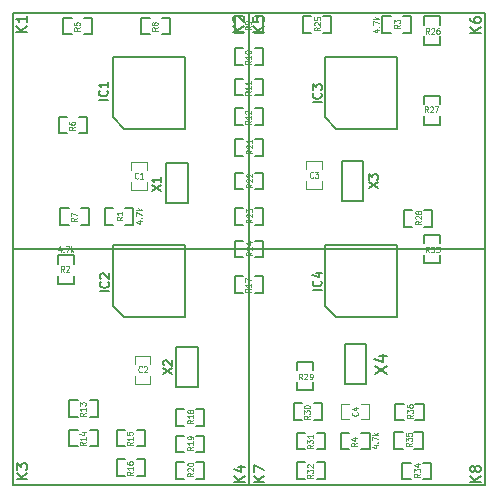
<source format=gto>
G04 (created by PCBNEW (2013-mar-13)-testing) date Tue 23 Sep 2014 01:04:41 PM PDT*
%MOIN*%
G04 Gerber Fmt 3.4, Leading zero omitted, Abs format*
%FSLAX34Y34*%
G01*
G70*
G90*
G04 APERTURE LIST*
%ADD10C,0.005906*%
%ADD11C,0.008000*%
%ADD12C,0.004700*%
%ADD13C,0.006000*%
%ADD14C,0.005000*%
%ADD15C,0.004500*%
G04 APERTURE END LIST*
G54D10*
G54D11*
X35283Y-35318D02*
X34933Y-35318D01*
X35283Y-35118D02*
X35083Y-35268D01*
X34933Y-35118D02*
X35133Y-35318D01*
X35083Y-34918D02*
X35066Y-34951D01*
X35050Y-34968D01*
X35016Y-34985D01*
X35000Y-34985D01*
X34966Y-34968D01*
X34950Y-34951D01*
X34933Y-34918D01*
X34933Y-34851D01*
X34950Y-34818D01*
X34966Y-34801D01*
X35000Y-34785D01*
X35016Y-34785D01*
X35050Y-34801D01*
X35066Y-34818D01*
X35083Y-34851D01*
X35083Y-34918D01*
X35100Y-34951D01*
X35116Y-34968D01*
X35150Y-34985D01*
X35216Y-34985D01*
X35250Y-34968D01*
X35266Y-34951D01*
X35283Y-34918D01*
X35283Y-34851D01*
X35266Y-34818D01*
X35250Y-34801D01*
X35216Y-34785D01*
X35150Y-34785D01*
X35116Y-34801D01*
X35100Y-34818D01*
X35083Y-34851D01*
X28063Y-35308D02*
X27713Y-35308D01*
X28063Y-35108D02*
X27863Y-35258D01*
X27713Y-35108D02*
X27913Y-35308D01*
X27713Y-34991D02*
X27713Y-34758D01*
X28063Y-34908D01*
X35293Y-20353D02*
X34943Y-20353D01*
X35293Y-20153D02*
X35093Y-20303D01*
X34943Y-20153D02*
X35143Y-20353D01*
X34943Y-19853D02*
X34943Y-19920D01*
X34960Y-19953D01*
X34976Y-19970D01*
X35026Y-20003D01*
X35093Y-20020D01*
X35226Y-20020D01*
X35260Y-20003D01*
X35276Y-19986D01*
X35293Y-19953D01*
X35293Y-19886D01*
X35276Y-19853D01*
X35260Y-19836D01*
X35226Y-19820D01*
X35143Y-19820D01*
X35110Y-19836D01*
X35093Y-19853D01*
X35076Y-19886D01*
X35076Y-19953D01*
X35093Y-19986D01*
X35110Y-20003D01*
X35143Y-20020D01*
X28058Y-20333D02*
X27708Y-20333D01*
X28058Y-20133D02*
X27858Y-20283D01*
X27708Y-20133D02*
X27908Y-20333D01*
X27708Y-19816D02*
X27708Y-19983D01*
X27875Y-20000D01*
X27858Y-19983D01*
X27841Y-19950D01*
X27841Y-19866D01*
X27858Y-19833D01*
X27875Y-19816D01*
X27908Y-19800D01*
X27991Y-19800D01*
X28025Y-19816D01*
X28041Y-19833D01*
X28058Y-19866D01*
X28058Y-19950D01*
X28041Y-19983D01*
X28025Y-20000D01*
X27423Y-35308D02*
X27073Y-35308D01*
X27423Y-35108D02*
X27223Y-35258D01*
X27073Y-35108D02*
X27273Y-35308D01*
X27190Y-34808D02*
X27423Y-34808D01*
X27056Y-34891D02*
X27306Y-34975D01*
X27306Y-34758D01*
X20163Y-35238D02*
X19813Y-35238D01*
X20163Y-35038D02*
X19963Y-35188D01*
X19813Y-35038D02*
X20013Y-35238D01*
X19813Y-34921D02*
X19813Y-34705D01*
X19946Y-34821D01*
X19946Y-34771D01*
X19963Y-34738D01*
X19980Y-34721D01*
X20013Y-34705D01*
X20096Y-34705D01*
X20130Y-34721D01*
X20146Y-34738D01*
X20163Y-34771D01*
X20163Y-34871D01*
X20146Y-34905D01*
X20130Y-34921D01*
X27388Y-20318D02*
X27038Y-20318D01*
X27388Y-20118D02*
X27188Y-20268D01*
X27038Y-20118D02*
X27238Y-20318D01*
X27071Y-19985D02*
X27055Y-19968D01*
X27038Y-19935D01*
X27038Y-19851D01*
X27055Y-19818D01*
X27071Y-19801D01*
X27105Y-19785D01*
X27138Y-19785D01*
X27188Y-19801D01*
X27388Y-20001D01*
X27388Y-19785D01*
X20158Y-20328D02*
X19808Y-20328D01*
X20158Y-20128D02*
X19958Y-20278D01*
X19808Y-20128D02*
X20008Y-20328D01*
X20158Y-19795D02*
X20158Y-19995D01*
X20158Y-19895D02*
X19808Y-19895D01*
X19858Y-19928D01*
X19891Y-19961D01*
X19908Y-19995D01*
G54D12*
X23641Y-25315D02*
X23641Y-25590D01*
X23641Y-24921D02*
X23641Y-24646D01*
X24153Y-25315D02*
X24153Y-25590D01*
X24153Y-24646D02*
X24153Y-24921D01*
X24147Y-25590D02*
X23647Y-25590D01*
X23647Y-24646D02*
X24147Y-24646D01*
G54D10*
X23622Y-19685D02*
X27559Y-19685D01*
X27559Y-19685D02*
X27559Y-27559D01*
X27559Y-27559D02*
X19685Y-27559D01*
X19685Y-27559D02*
X19685Y-19685D01*
X19685Y-19685D02*
X23818Y-19685D01*
X23622Y-27559D02*
X27559Y-27559D01*
X27559Y-27559D02*
X27559Y-35433D01*
X27559Y-35433D02*
X19685Y-35433D01*
X19685Y-35433D02*
X19685Y-27559D01*
X19685Y-27559D02*
X23818Y-27559D01*
X31496Y-19685D02*
X35433Y-19685D01*
X35433Y-19685D02*
X35433Y-27559D01*
X35433Y-27559D02*
X27559Y-27559D01*
X27559Y-27559D02*
X27559Y-19685D01*
X27559Y-19685D02*
X31692Y-19685D01*
X31496Y-27559D02*
X35433Y-27559D01*
X35433Y-27559D02*
X35433Y-35433D01*
X35433Y-35433D02*
X27559Y-35433D01*
X27559Y-35433D02*
X27559Y-27559D01*
X27559Y-27559D02*
X31692Y-27559D01*
G54D11*
X24803Y-26023D02*
X24803Y-24685D01*
X24803Y-24685D02*
X25511Y-24685D01*
X25511Y-24685D02*
X25511Y-26023D01*
X25511Y-26023D02*
X24803Y-26023D01*
X25138Y-32165D02*
X25138Y-30827D01*
X25138Y-30827D02*
X25846Y-30827D01*
X25846Y-30827D02*
X25846Y-32165D01*
X25846Y-32165D02*
X25138Y-32165D01*
X31357Y-24626D02*
X31357Y-25964D01*
X31357Y-25964D02*
X30649Y-25964D01*
X30649Y-25964D02*
X30649Y-24626D01*
X30649Y-24626D02*
X31357Y-24626D01*
X31456Y-30728D02*
X31456Y-32066D01*
X31456Y-32066D02*
X30748Y-32066D01*
X30748Y-32066D02*
X30748Y-30728D01*
X30748Y-30728D02*
X31456Y-30728D01*
G54D12*
X23759Y-31791D02*
X23759Y-32066D01*
X23759Y-31397D02*
X23759Y-31122D01*
X24271Y-31791D02*
X24271Y-32066D01*
X24271Y-31122D02*
X24271Y-31397D01*
X24265Y-32066D02*
X23765Y-32066D01*
X23765Y-31122D02*
X24265Y-31122D01*
G54D13*
X23012Y-23167D02*
X23012Y-21517D01*
X23012Y-21517D02*
X23012Y-21142D01*
X23012Y-21142D02*
X25412Y-21142D01*
X25412Y-21142D02*
X25412Y-23542D01*
X25412Y-23542D02*
X23387Y-23542D01*
X23387Y-23542D02*
X23012Y-23167D01*
X23012Y-29466D02*
X23012Y-27816D01*
X23012Y-27816D02*
X23012Y-27441D01*
X23012Y-27441D02*
X25412Y-27441D01*
X25412Y-27441D02*
X25412Y-29841D01*
X25412Y-29841D02*
X23387Y-29841D01*
X23387Y-29841D02*
X23012Y-29466D01*
X30099Y-23167D02*
X30099Y-21517D01*
X30099Y-21517D02*
X30099Y-21142D01*
X30099Y-21142D02*
X32499Y-21142D01*
X32499Y-21142D02*
X32499Y-23542D01*
X32499Y-23542D02*
X30474Y-23542D01*
X30474Y-23542D02*
X30099Y-23167D01*
X30099Y-29466D02*
X30099Y-27816D01*
X30099Y-27816D02*
X30099Y-27441D01*
X30099Y-27441D02*
X32499Y-27441D01*
X32499Y-27441D02*
X32499Y-29841D01*
X32499Y-29841D02*
X30474Y-29841D01*
X30474Y-29841D02*
X30099Y-29466D01*
G54D12*
X29468Y-25295D02*
X29468Y-25570D01*
X29468Y-24901D02*
X29468Y-24626D01*
X29980Y-25295D02*
X29980Y-25570D01*
X29980Y-24626D02*
X29980Y-24901D01*
X29974Y-25570D02*
X29474Y-25570D01*
X29474Y-24626D02*
X29974Y-24626D01*
X31299Y-33228D02*
X31574Y-33228D01*
X30905Y-33228D02*
X30630Y-33228D01*
X31299Y-32716D02*
X31574Y-32716D01*
X30630Y-32716D02*
X30905Y-32716D01*
X31574Y-32722D02*
X31574Y-33222D01*
X30630Y-33222D02*
X30630Y-32722D01*
G54D14*
X32716Y-32717D02*
X32438Y-32717D01*
X32438Y-32717D02*
X32438Y-33267D01*
X32438Y-33267D02*
X32716Y-33267D01*
X33388Y-32717D02*
X33110Y-32717D01*
X33388Y-32717D02*
X33388Y-33267D01*
X33388Y-33267D02*
X33110Y-33267D01*
X32677Y-33662D02*
X32399Y-33662D01*
X32399Y-33662D02*
X32399Y-34212D01*
X32399Y-34212D02*
X32677Y-34212D01*
X33349Y-33662D02*
X33071Y-33662D01*
X33349Y-33662D02*
X33349Y-34212D01*
X33349Y-34212D02*
X33071Y-34212D01*
X32952Y-34685D02*
X32674Y-34685D01*
X32674Y-34685D02*
X32674Y-35235D01*
X32674Y-35235D02*
X32952Y-35235D01*
X33624Y-34685D02*
X33346Y-34685D01*
X33624Y-34685D02*
X33624Y-35235D01*
X33624Y-35235D02*
X33346Y-35235D01*
X33936Y-27362D02*
X33936Y-27084D01*
X33936Y-27084D02*
X33386Y-27084D01*
X33386Y-27084D02*
X33386Y-27362D01*
X33936Y-28034D02*
X33936Y-27756D01*
X33936Y-28034D02*
X33386Y-28034D01*
X33386Y-28034D02*
X33386Y-27756D01*
X29822Y-35215D02*
X30100Y-35215D01*
X30100Y-35215D02*
X30100Y-34665D01*
X30100Y-34665D02*
X29822Y-34665D01*
X29150Y-35215D02*
X29428Y-35215D01*
X29150Y-35215D02*
X29150Y-34665D01*
X29150Y-34665D02*
X29428Y-34665D01*
X29822Y-34231D02*
X30100Y-34231D01*
X30100Y-34231D02*
X30100Y-33681D01*
X30100Y-33681D02*
X29822Y-33681D01*
X29150Y-34231D02*
X29428Y-34231D01*
X29150Y-34231D02*
X29150Y-33681D01*
X29150Y-33681D02*
X29428Y-33681D01*
X29724Y-33247D02*
X30002Y-33247D01*
X30002Y-33247D02*
X30002Y-32697D01*
X30002Y-32697D02*
X29724Y-32697D01*
X29052Y-33247D02*
X29330Y-33247D01*
X29052Y-33247D02*
X29052Y-32697D01*
X29052Y-32697D02*
X29330Y-32697D01*
X29704Y-31594D02*
X29704Y-31316D01*
X29704Y-31316D02*
X29154Y-31316D01*
X29154Y-31316D02*
X29154Y-31594D01*
X29704Y-32266D02*
X29704Y-31988D01*
X29704Y-32266D02*
X29154Y-32266D01*
X29154Y-32266D02*
X29154Y-31988D01*
X32991Y-26260D02*
X32713Y-26260D01*
X32713Y-26260D02*
X32713Y-26810D01*
X32713Y-26810D02*
X32991Y-26810D01*
X33663Y-26260D02*
X33385Y-26260D01*
X33663Y-26260D02*
X33663Y-26810D01*
X33663Y-26810D02*
X33385Y-26810D01*
X33386Y-23130D02*
X33386Y-23408D01*
X33386Y-23408D02*
X33936Y-23408D01*
X33936Y-23408D02*
X33936Y-23130D01*
X33386Y-22458D02*
X33386Y-22736D01*
X33386Y-22458D02*
X33936Y-22458D01*
X33936Y-22458D02*
X33936Y-22736D01*
X33936Y-20078D02*
X33936Y-19800D01*
X33936Y-19800D02*
X33386Y-19800D01*
X33386Y-19800D02*
X33386Y-20078D01*
X33936Y-20750D02*
X33936Y-20472D01*
X33936Y-20750D02*
X33386Y-20750D01*
X33386Y-20750D02*
X33386Y-20472D01*
X29625Y-19803D02*
X29347Y-19803D01*
X29347Y-19803D02*
X29347Y-20353D01*
X29347Y-20353D02*
X29625Y-20353D01*
X30297Y-19803D02*
X30019Y-19803D01*
X30297Y-19803D02*
X30297Y-20353D01*
X30297Y-20353D02*
X30019Y-20353D01*
X27362Y-27284D02*
X27084Y-27284D01*
X27084Y-27284D02*
X27084Y-27834D01*
X27084Y-27834D02*
X27362Y-27834D01*
X28034Y-27284D02*
X27756Y-27284D01*
X28034Y-27284D02*
X28034Y-27834D01*
X28034Y-27834D02*
X27756Y-27834D01*
X27362Y-26201D02*
X27084Y-26201D01*
X27084Y-26201D02*
X27084Y-26751D01*
X27084Y-26751D02*
X27362Y-26751D01*
X28034Y-26201D02*
X27756Y-26201D01*
X28034Y-26201D02*
X28034Y-26751D01*
X28034Y-26751D02*
X27756Y-26751D01*
X27362Y-25020D02*
X27084Y-25020D01*
X27084Y-25020D02*
X27084Y-25570D01*
X27084Y-25570D02*
X27362Y-25570D01*
X28034Y-25020D02*
X27756Y-25020D01*
X28034Y-25020D02*
X28034Y-25570D01*
X28034Y-25570D02*
X27756Y-25570D01*
X27362Y-23898D02*
X27084Y-23898D01*
X27084Y-23898D02*
X27084Y-24448D01*
X27084Y-24448D02*
X27362Y-24448D01*
X28034Y-23898D02*
X27756Y-23898D01*
X28034Y-23898D02*
X28034Y-24448D01*
X28034Y-24448D02*
X27756Y-24448D01*
X25393Y-34665D02*
X25115Y-34665D01*
X25115Y-34665D02*
X25115Y-35215D01*
X25115Y-35215D02*
X25393Y-35215D01*
X26065Y-34665D02*
X25787Y-34665D01*
X26065Y-34665D02*
X26065Y-35215D01*
X26065Y-35215D02*
X25787Y-35215D01*
X25393Y-33780D02*
X25115Y-33780D01*
X25115Y-33780D02*
X25115Y-34330D01*
X25115Y-34330D02*
X25393Y-34330D01*
X26065Y-33780D02*
X25787Y-33780D01*
X26065Y-33780D02*
X26065Y-34330D01*
X26065Y-34330D02*
X25787Y-34330D01*
X25393Y-32894D02*
X25115Y-32894D01*
X25115Y-32894D02*
X25115Y-33444D01*
X25115Y-33444D02*
X25393Y-33444D01*
X26065Y-32894D02*
X25787Y-32894D01*
X26065Y-32894D02*
X26065Y-33444D01*
X26065Y-33444D02*
X25787Y-33444D01*
X27756Y-29015D02*
X28034Y-29015D01*
X28034Y-29015D02*
X28034Y-28465D01*
X28034Y-28465D02*
X27756Y-28465D01*
X27084Y-29015D02*
X27362Y-29015D01*
X27084Y-29015D02*
X27084Y-28465D01*
X27084Y-28465D02*
X27362Y-28465D01*
X23819Y-35117D02*
X24097Y-35117D01*
X24097Y-35117D02*
X24097Y-34567D01*
X24097Y-34567D02*
X23819Y-34567D01*
X23147Y-35117D02*
X23425Y-35117D01*
X23147Y-35117D02*
X23147Y-34567D01*
X23147Y-34567D02*
X23425Y-34567D01*
X23819Y-34133D02*
X24097Y-34133D01*
X24097Y-34133D02*
X24097Y-33583D01*
X24097Y-33583D02*
X23819Y-33583D01*
X23147Y-34133D02*
X23425Y-34133D01*
X23147Y-34133D02*
X23147Y-33583D01*
X23147Y-33583D02*
X23425Y-33583D01*
X22244Y-34133D02*
X22522Y-34133D01*
X22522Y-34133D02*
X22522Y-33583D01*
X22522Y-33583D02*
X22244Y-33583D01*
X21572Y-34133D02*
X21850Y-34133D01*
X21572Y-34133D02*
X21572Y-33583D01*
X21572Y-33583D02*
X21850Y-33583D01*
X22244Y-33149D02*
X22522Y-33149D01*
X22522Y-33149D02*
X22522Y-32599D01*
X22522Y-32599D02*
X22244Y-32599D01*
X21572Y-33149D02*
X21850Y-33149D01*
X21572Y-33149D02*
X21572Y-32599D01*
X21572Y-32599D02*
X21850Y-32599D01*
X27756Y-23424D02*
X28034Y-23424D01*
X28034Y-23424D02*
X28034Y-22874D01*
X28034Y-22874D02*
X27756Y-22874D01*
X27084Y-23424D02*
X27362Y-23424D01*
X27084Y-23424D02*
X27084Y-22874D01*
X27084Y-22874D02*
X27362Y-22874D01*
X27756Y-22440D02*
X28034Y-22440D01*
X28034Y-22440D02*
X28034Y-21890D01*
X28034Y-21890D02*
X27756Y-21890D01*
X27084Y-22440D02*
X27362Y-22440D01*
X27084Y-22440D02*
X27084Y-21890D01*
X27084Y-21890D02*
X27362Y-21890D01*
X27756Y-21416D02*
X28034Y-21416D01*
X28034Y-21416D02*
X28034Y-20866D01*
X28034Y-20866D02*
X27756Y-20866D01*
X27084Y-21416D02*
X27362Y-21416D01*
X27084Y-21416D02*
X27084Y-20866D01*
X27084Y-20866D02*
X27362Y-20866D01*
X27756Y-20353D02*
X28034Y-20353D01*
X28034Y-20353D02*
X28034Y-19803D01*
X28034Y-19803D02*
X27756Y-19803D01*
X27084Y-20353D02*
X27362Y-20353D01*
X27084Y-20353D02*
X27084Y-19803D01*
X27084Y-19803D02*
X27362Y-19803D01*
X24645Y-20393D02*
X24923Y-20393D01*
X24923Y-20393D02*
X24923Y-19843D01*
X24923Y-19843D02*
X24645Y-19843D01*
X23973Y-20393D02*
X24251Y-20393D01*
X23973Y-20393D02*
X23973Y-19843D01*
X23973Y-19843D02*
X24251Y-19843D01*
X21948Y-26751D02*
X22226Y-26751D01*
X22226Y-26751D02*
X22226Y-26201D01*
X22226Y-26201D02*
X21948Y-26201D01*
X21276Y-26751D02*
X21554Y-26751D01*
X21276Y-26751D02*
X21276Y-26201D01*
X21276Y-26201D02*
X21554Y-26201D01*
X21889Y-23700D02*
X22167Y-23700D01*
X22167Y-23700D02*
X22167Y-23150D01*
X22167Y-23150D02*
X21889Y-23150D01*
X21217Y-23700D02*
X21495Y-23700D01*
X21217Y-23700D02*
X21217Y-23150D01*
X21217Y-23150D02*
X21495Y-23150D01*
X22047Y-20393D02*
X22325Y-20393D01*
X22325Y-20393D02*
X22325Y-19843D01*
X22325Y-19843D02*
X22047Y-19843D01*
X21375Y-20393D02*
X21653Y-20393D01*
X21375Y-20393D02*
X21375Y-19843D01*
X21375Y-19843D02*
X21653Y-19843D01*
X31299Y-34231D02*
X31577Y-34231D01*
X31577Y-34231D02*
X31577Y-33681D01*
X31577Y-33681D02*
X31299Y-33681D01*
X30627Y-34231D02*
X30905Y-34231D01*
X30627Y-34231D02*
X30627Y-33681D01*
X30627Y-33681D02*
X30905Y-33681D01*
X32283Y-19803D02*
X32005Y-19803D01*
X32005Y-19803D02*
X32005Y-20353D01*
X32005Y-20353D02*
X32283Y-20353D01*
X32955Y-19803D02*
X32677Y-19803D01*
X32955Y-19803D02*
X32955Y-20353D01*
X32955Y-20353D02*
X32677Y-20353D01*
X21181Y-28445D02*
X21181Y-28723D01*
X21181Y-28723D02*
X21731Y-28723D01*
X21731Y-28723D02*
X21731Y-28445D01*
X21181Y-27773D02*
X21181Y-28051D01*
X21181Y-27773D02*
X21731Y-27773D01*
X21731Y-27773D02*
X21731Y-28051D01*
X23031Y-26201D02*
X22753Y-26201D01*
X22753Y-26201D02*
X22753Y-26751D01*
X22753Y-26751D02*
X23031Y-26751D01*
X23703Y-26201D02*
X23425Y-26201D01*
X23703Y-26201D02*
X23703Y-26751D01*
X23703Y-26751D02*
X23425Y-26751D01*
G54D15*
X23867Y-25189D02*
X23859Y-25199D01*
X23833Y-25208D01*
X23816Y-25208D01*
X23790Y-25199D01*
X23773Y-25180D01*
X23764Y-25160D01*
X23756Y-25122D01*
X23756Y-25094D01*
X23764Y-25056D01*
X23773Y-25037D01*
X23790Y-25018D01*
X23816Y-25008D01*
X23833Y-25008D01*
X23859Y-25018D01*
X23867Y-25027D01*
X24039Y-25208D02*
X23936Y-25208D01*
X23987Y-25208D02*
X23987Y-25008D01*
X23970Y-25037D01*
X23953Y-25056D01*
X23936Y-25065D01*
G54D13*
X24323Y-25636D02*
X24623Y-25436D01*
X24323Y-25436D02*
X24623Y-25636D01*
X24623Y-25165D02*
X24623Y-25336D01*
X24623Y-25250D02*
X24323Y-25250D01*
X24366Y-25279D01*
X24395Y-25307D01*
X24409Y-25336D01*
X24697Y-31738D02*
X24997Y-31538D01*
X24697Y-31538D02*
X24997Y-31738D01*
X24726Y-31438D02*
X24712Y-31424D01*
X24697Y-31396D01*
X24697Y-31324D01*
X24712Y-31296D01*
X24726Y-31281D01*
X24755Y-31267D01*
X24783Y-31267D01*
X24826Y-31281D01*
X24997Y-31453D01*
X24997Y-31267D01*
X31548Y-25538D02*
X31848Y-25338D01*
X31548Y-25338D02*
X31848Y-25538D01*
X31548Y-25252D02*
X31548Y-25066D01*
X31662Y-25166D01*
X31662Y-25123D01*
X31676Y-25095D01*
X31691Y-25080D01*
X31719Y-25066D01*
X31791Y-25066D01*
X31819Y-25080D01*
X31834Y-25095D01*
X31848Y-25123D01*
X31848Y-25209D01*
X31834Y-25238D01*
X31819Y-25252D01*
G54D11*
X31749Y-31721D02*
X32149Y-31454D01*
X31749Y-31454D02*
X32149Y-31721D01*
X31882Y-31130D02*
X32149Y-31130D01*
X31730Y-31226D02*
X32015Y-31321D01*
X32015Y-31073D01*
G54D15*
X23985Y-31646D02*
X23977Y-31655D01*
X23951Y-31665D01*
X23934Y-31665D01*
X23908Y-31655D01*
X23891Y-31636D01*
X23882Y-31617D01*
X23874Y-31579D01*
X23874Y-31550D01*
X23882Y-31512D01*
X23891Y-31493D01*
X23908Y-31474D01*
X23934Y-31465D01*
X23951Y-31465D01*
X23977Y-31474D01*
X23985Y-31484D01*
X24054Y-31484D02*
X24062Y-31474D01*
X24080Y-31465D01*
X24122Y-31465D01*
X24140Y-31474D01*
X24148Y-31484D01*
X24157Y-31503D01*
X24157Y-31522D01*
X24148Y-31550D01*
X24045Y-31665D01*
X24157Y-31665D01*
G54D13*
X22852Y-22596D02*
X22552Y-22596D01*
X22823Y-22281D02*
X22837Y-22296D01*
X22852Y-22338D01*
X22852Y-22367D01*
X22837Y-22410D01*
X22809Y-22438D01*
X22780Y-22453D01*
X22723Y-22467D01*
X22680Y-22467D01*
X22623Y-22453D01*
X22595Y-22438D01*
X22566Y-22410D01*
X22552Y-22367D01*
X22552Y-22338D01*
X22566Y-22296D01*
X22580Y-22281D01*
X22852Y-21996D02*
X22852Y-22167D01*
X22852Y-22081D02*
X22552Y-22081D01*
X22595Y-22110D01*
X22623Y-22138D01*
X22637Y-22167D01*
X22891Y-28973D02*
X22591Y-28973D01*
X22863Y-28659D02*
X22877Y-28673D01*
X22891Y-28716D01*
X22891Y-28745D01*
X22877Y-28788D01*
X22848Y-28816D01*
X22820Y-28831D01*
X22763Y-28845D01*
X22720Y-28845D01*
X22663Y-28831D01*
X22634Y-28816D01*
X22605Y-28788D01*
X22591Y-28745D01*
X22591Y-28716D01*
X22605Y-28673D01*
X22620Y-28659D01*
X22620Y-28545D02*
X22605Y-28531D01*
X22591Y-28502D01*
X22591Y-28431D01*
X22605Y-28402D01*
X22620Y-28388D01*
X22648Y-28373D01*
X22677Y-28373D01*
X22720Y-28388D01*
X22891Y-28559D01*
X22891Y-28373D01*
X29978Y-22674D02*
X29678Y-22674D01*
X29949Y-22360D02*
X29963Y-22374D01*
X29978Y-22417D01*
X29978Y-22446D01*
X29963Y-22489D01*
X29935Y-22517D01*
X29906Y-22531D01*
X29849Y-22546D01*
X29806Y-22546D01*
X29749Y-22531D01*
X29721Y-22517D01*
X29692Y-22489D01*
X29678Y-22446D01*
X29678Y-22417D01*
X29692Y-22374D01*
X29706Y-22360D01*
X29678Y-22260D02*
X29678Y-22074D01*
X29792Y-22174D01*
X29792Y-22131D01*
X29806Y-22103D01*
X29821Y-22089D01*
X29849Y-22074D01*
X29921Y-22074D01*
X29949Y-22089D01*
X29963Y-22103D01*
X29978Y-22131D01*
X29978Y-22217D01*
X29963Y-22246D01*
X29949Y-22260D01*
X29978Y-28934D02*
X29678Y-28934D01*
X29949Y-28620D02*
X29963Y-28634D01*
X29978Y-28677D01*
X29978Y-28706D01*
X29963Y-28748D01*
X29935Y-28777D01*
X29906Y-28791D01*
X29849Y-28806D01*
X29806Y-28806D01*
X29749Y-28791D01*
X29721Y-28777D01*
X29692Y-28748D01*
X29678Y-28706D01*
X29678Y-28677D01*
X29692Y-28634D01*
X29706Y-28620D01*
X29778Y-28363D02*
X29978Y-28363D01*
X29663Y-28434D02*
X29878Y-28506D01*
X29878Y-28320D01*
G54D15*
X29694Y-25169D02*
X29685Y-25179D01*
X29660Y-25188D01*
X29642Y-25188D01*
X29617Y-25179D01*
X29600Y-25160D01*
X29591Y-25141D01*
X29582Y-25103D01*
X29582Y-25074D01*
X29591Y-25036D01*
X29600Y-25017D01*
X29617Y-24998D01*
X29642Y-24988D01*
X29660Y-24988D01*
X29685Y-24998D01*
X29694Y-25007D01*
X29754Y-24988D02*
X29865Y-24988D01*
X29805Y-25065D01*
X29831Y-25065D01*
X29848Y-25074D01*
X29857Y-25084D01*
X29865Y-25103D01*
X29865Y-25150D01*
X29857Y-25169D01*
X29848Y-25179D01*
X29831Y-25188D01*
X29780Y-25188D01*
X29762Y-25179D01*
X29754Y-25169D01*
X31173Y-33002D02*
X31183Y-33011D01*
X31192Y-33036D01*
X31192Y-33053D01*
X31183Y-33079D01*
X31164Y-33096D01*
X31145Y-33105D01*
X31107Y-33113D01*
X31078Y-33113D01*
X31040Y-33105D01*
X31021Y-33096D01*
X31002Y-33079D01*
X30992Y-33053D01*
X30992Y-33036D01*
X31002Y-33011D01*
X31011Y-33002D01*
X31059Y-32848D02*
X31192Y-32848D01*
X30983Y-32891D02*
X31126Y-32933D01*
X31126Y-32822D01*
X33027Y-33082D02*
X32933Y-33142D01*
X33027Y-33185D02*
X32830Y-33185D01*
X32830Y-33117D01*
X32839Y-33099D01*
X32849Y-33091D01*
X32868Y-33082D01*
X32896Y-33082D01*
X32914Y-33091D01*
X32924Y-33099D01*
X32933Y-33117D01*
X32933Y-33185D01*
X32830Y-33022D02*
X32830Y-32911D01*
X32905Y-32971D01*
X32905Y-32945D01*
X32914Y-32928D01*
X32924Y-32919D01*
X32943Y-32911D01*
X32989Y-32911D01*
X33008Y-32919D01*
X33018Y-32928D01*
X33027Y-32945D01*
X33027Y-32997D01*
X33018Y-33014D01*
X33008Y-33022D01*
X32830Y-32757D02*
X32830Y-32791D01*
X32839Y-32808D01*
X32849Y-32817D01*
X32877Y-32834D01*
X32914Y-32842D01*
X32989Y-32842D01*
X33008Y-32834D01*
X33018Y-32825D01*
X33027Y-32808D01*
X33027Y-32774D01*
X33018Y-32757D01*
X33008Y-32748D01*
X32989Y-32739D01*
X32943Y-32739D01*
X32924Y-32748D01*
X32914Y-32757D01*
X32905Y-32774D01*
X32905Y-32808D01*
X32914Y-32825D01*
X32924Y-32834D01*
X32943Y-32842D01*
X32988Y-34027D02*
X32894Y-34087D01*
X32988Y-34130D02*
X32791Y-34130D01*
X32791Y-34062D01*
X32800Y-34044D01*
X32809Y-34036D01*
X32828Y-34027D01*
X32856Y-34027D01*
X32875Y-34036D01*
X32884Y-34044D01*
X32894Y-34062D01*
X32894Y-34130D01*
X32791Y-33967D02*
X32791Y-33856D01*
X32866Y-33916D01*
X32866Y-33890D01*
X32875Y-33873D01*
X32884Y-33864D01*
X32903Y-33856D01*
X32950Y-33856D01*
X32969Y-33864D01*
X32978Y-33873D01*
X32988Y-33890D01*
X32988Y-33942D01*
X32978Y-33959D01*
X32969Y-33967D01*
X32791Y-33693D02*
X32791Y-33779D01*
X32884Y-33787D01*
X32875Y-33779D01*
X32866Y-33762D01*
X32866Y-33719D01*
X32875Y-33702D01*
X32884Y-33693D01*
X32903Y-33684D01*
X32950Y-33684D01*
X32969Y-33693D01*
X32978Y-33702D01*
X32988Y-33719D01*
X32988Y-33762D01*
X32978Y-33779D01*
X32969Y-33787D01*
X33263Y-35051D02*
X33169Y-35111D01*
X33263Y-35154D02*
X33066Y-35154D01*
X33066Y-35085D01*
X33076Y-35068D01*
X33085Y-35059D01*
X33104Y-35051D01*
X33132Y-35051D01*
X33151Y-35059D01*
X33160Y-35068D01*
X33169Y-35085D01*
X33169Y-35154D01*
X33066Y-34991D02*
X33066Y-34879D01*
X33141Y-34939D01*
X33141Y-34914D01*
X33151Y-34897D01*
X33160Y-34888D01*
X33179Y-34879D01*
X33226Y-34879D01*
X33244Y-34888D01*
X33254Y-34897D01*
X33263Y-34914D01*
X33263Y-34965D01*
X33254Y-34982D01*
X33244Y-34991D01*
X33132Y-34725D02*
X33263Y-34725D01*
X33057Y-34768D02*
X33198Y-34811D01*
X33198Y-34699D01*
X33570Y-27673D02*
X33510Y-27579D01*
X33467Y-27673D02*
X33467Y-27476D01*
X33536Y-27476D01*
X33553Y-27485D01*
X33562Y-27494D01*
X33570Y-27513D01*
X33570Y-27541D01*
X33562Y-27560D01*
X33553Y-27569D01*
X33536Y-27579D01*
X33467Y-27579D01*
X33630Y-27476D02*
X33742Y-27476D01*
X33682Y-27551D01*
X33707Y-27551D01*
X33724Y-27560D01*
X33733Y-27569D01*
X33742Y-27588D01*
X33742Y-27635D01*
X33733Y-27654D01*
X33724Y-27663D01*
X33707Y-27673D01*
X33656Y-27673D01*
X33639Y-27663D01*
X33630Y-27654D01*
X33802Y-27476D02*
X33913Y-27476D01*
X33853Y-27551D01*
X33879Y-27551D01*
X33896Y-27560D01*
X33904Y-27569D01*
X33913Y-27588D01*
X33913Y-27635D01*
X33904Y-27654D01*
X33896Y-27663D01*
X33879Y-27673D01*
X33827Y-27673D01*
X33810Y-27663D01*
X33802Y-27654D01*
X29690Y-35081D02*
X29596Y-35141D01*
X29690Y-35184D02*
X29493Y-35184D01*
X29493Y-35115D01*
X29502Y-35098D01*
X29511Y-35090D01*
X29530Y-35081D01*
X29558Y-35081D01*
X29577Y-35090D01*
X29586Y-35098D01*
X29596Y-35115D01*
X29596Y-35184D01*
X29493Y-35021D02*
X29493Y-34910D01*
X29568Y-34970D01*
X29568Y-34944D01*
X29577Y-34927D01*
X29586Y-34918D01*
X29605Y-34910D01*
X29652Y-34910D01*
X29671Y-34918D01*
X29680Y-34927D01*
X29690Y-34944D01*
X29690Y-34995D01*
X29680Y-35013D01*
X29671Y-35021D01*
X29511Y-34841D02*
X29502Y-34833D01*
X29493Y-34815D01*
X29493Y-34773D01*
X29502Y-34755D01*
X29511Y-34747D01*
X29530Y-34738D01*
X29549Y-34738D01*
X29577Y-34747D01*
X29690Y-34850D01*
X29690Y-34738D01*
X29690Y-34097D02*
X29596Y-34157D01*
X29690Y-34200D02*
X29493Y-34200D01*
X29493Y-34131D01*
X29502Y-34114D01*
X29511Y-34105D01*
X29530Y-34097D01*
X29558Y-34097D01*
X29577Y-34105D01*
X29586Y-34114D01*
X29596Y-34131D01*
X29596Y-34200D01*
X29493Y-34037D02*
X29493Y-33925D01*
X29568Y-33985D01*
X29568Y-33960D01*
X29577Y-33943D01*
X29586Y-33934D01*
X29605Y-33925D01*
X29652Y-33925D01*
X29671Y-33934D01*
X29680Y-33943D01*
X29690Y-33960D01*
X29690Y-34011D01*
X29680Y-34028D01*
X29671Y-34037D01*
X29690Y-33754D02*
X29690Y-33857D01*
X29690Y-33805D02*
X29493Y-33805D01*
X29521Y-33823D01*
X29540Y-33840D01*
X29549Y-33857D01*
X29591Y-33113D02*
X29497Y-33173D01*
X29591Y-33216D02*
X29394Y-33216D01*
X29394Y-33147D01*
X29404Y-33130D01*
X29413Y-33121D01*
X29432Y-33113D01*
X29460Y-33113D01*
X29479Y-33121D01*
X29488Y-33130D01*
X29497Y-33147D01*
X29497Y-33216D01*
X29394Y-33053D02*
X29394Y-32941D01*
X29469Y-33001D01*
X29469Y-32976D01*
X29479Y-32958D01*
X29488Y-32950D01*
X29507Y-32941D01*
X29554Y-32941D01*
X29572Y-32950D01*
X29582Y-32958D01*
X29591Y-32976D01*
X29591Y-33027D01*
X29582Y-33044D01*
X29572Y-33053D01*
X29394Y-32830D02*
X29394Y-32813D01*
X29404Y-32796D01*
X29413Y-32787D01*
X29432Y-32778D01*
X29469Y-32770D01*
X29516Y-32770D01*
X29554Y-32778D01*
X29572Y-32787D01*
X29582Y-32796D01*
X29591Y-32813D01*
X29591Y-32830D01*
X29582Y-32847D01*
X29572Y-32856D01*
X29554Y-32864D01*
X29516Y-32873D01*
X29469Y-32873D01*
X29432Y-32864D01*
X29413Y-32856D01*
X29404Y-32847D01*
X29394Y-32830D01*
X29338Y-31905D02*
X29278Y-31811D01*
X29235Y-31905D02*
X29235Y-31708D01*
X29304Y-31708D01*
X29321Y-31717D01*
X29329Y-31727D01*
X29338Y-31745D01*
X29338Y-31774D01*
X29329Y-31792D01*
X29321Y-31802D01*
X29304Y-31811D01*
X29235Y-31811D01*
X29406Y-31727D02*
X29415Y-31717D01*
X29432Y-31708D01*
X29475Y-31708D01*
X29492Y-31717D01*
X29501Y-31727D01*
X29509Y-31745D01*
X29509Y-31764D01*
X29501Y-31792D01*
X29398Y-31905D01*
X29509Y-31905D01*
X29595Y-31905D02*
X29629Y-31905D01*
X29646Y-31896D01*
X29655Y-31886D01*
X29672Y-31858D01*
X29681Y-31821D01*
X29681Y-31745D01*
X29672Y-31727D01*
X29664Y-31717D01*
X29646Y-31708D01*
X29612Y-31708D01*
X29595Y-31717D01*
X29586Y-31727D01*
X29578Y-31745D01*
X29578Y-31792D01*
X29586Y-31811D01*
X29595Y-31821D01*
X29612Y-31830D01*
X29646Y-31830D01*
X29664Y-31821D01*
X29672Y-31811D01*
X29681Y-31792D01*
X33303Y-26626D02*
X33209Y-26686D01*
X33303Y-26729D02*
X33106Y-26729D01*
X33106Y-26660D01*
X33115Y-26643D01*
X33124Y-26634D01*
X33143Y-26626D01*
X33171Y-26626D01*
X33190Y-26634D01*
X33199Y-26643D01*
X33209Y-26660D01*
X33209Y-26729D01*
X33124Y-26557D02*
X33115Y-26549D01*
X33106Y-26531D01*
X33106Y-26489D01*
X33115Y-26471D01*
X33124Y-26463D01*
X33143Y-26454D01*
X33162Y-26454D01*
X33190Y-26463D01*
X33303Y-26566D01*
X33303Y-26454D01*
X33190Y-26351D02*
X33181Y-26369D01*
X33171Y-26377D01*
X33153Y-26386D01*
X33143Y-26386D01*
X33124Y-26377D01*
X33115Y-26369D01*
X33106Y-26351D01*
X33106Y-26317D01*
X33115Y-26300D01*
X33124Y-26291D01*
X33143Y-26283D01*
X33153Y-26283D01*
X33171Y-26291D01*
X33181Y-26300D01*
X33190Y-26317D01*
X33190Y-26351D01*
X33199Y-26369D01*
X33209Y-26377D01*
X33228Y-26386D01*
X33265Y-26386D01*
X33284Y-26377D01*
X33293Y-26369D01*
X33303Y-26351D01*
X33303Y-26317D01*
X33293Y-26300D01*
X33284Y-26291D01*
X33265Y-26283D01*
X33228Y-26283D01*
X33209Y-26291D01*
X33199Y-26300D01*
X33190Y-26317D01*
X33520Y-22997D02*
X33460Y-22903D01*
X33417Y-22997D02*
X33417Y-22800D01*
X33486Y-22800D01*
X33503Y-22809D01*
X33512Y-22818D01*
X33520Y-22837D01*
X33520Y-22865D01*
X33512Y-22884D01*
X33503Y-22893D01*
X33486Y-22903D01*
X33417Y-22903D01*
X33589Y-22818D02*
X33597Y-22809D01*
X33614Y-22800D01*
X33657Y-22800D01*
X33674Y-22809D01*
X33683Y-22818D01*
X33692Y-22837D01*
X33692Y-22856D01*
X33683Y-22884D01*
X33580Y-22997D01*
X33692Y-22997D01*
X33752Y-22800D02*
X33872Y-22800D01*
X33794Y-22997D01*
X33570Y-20389D02*
X33510Y-20295D01*
X33467Y-20389D02*
X33467Y-20192D01*
X33536Y-20192D01*
X33553Y-20202D01*
X33562Y-20211D01*
X33570Y-20230D01*
X33570Y-20258D01*
X33562Y-20277D01*
X33553Y-20286D01*
X33536Y-20295D01*
X33467Y-20295D01*
X33639Y-20211D02*
X33647Y-20202D01*
X33664Y-20192D01*
X33707Y-20192D01*
X33724Y-20202D01*
X33733Y-20211D01*
X33742Y-20230D01*
X33742Y-20248D01*
X33733Y-20277D01*
X33630Y-20389D01*
X33742Y-20389D01*
X33896Y-20192D02*
X33862Y-20192D01*
X33844Y-20202D01*
X33836Y-20211D01*
X33819Y-20239D01*
X33810Y-20277D01*
X33810Y-20352D01*
X33819Y-20370D01*
X33827Y-20380D01*
X33844Y-20389D01*
X33879Y-20389D01*
X33896Y-20380D01*
X33904Y-20370D01*
X33913Y-20352D01*
X33913Y-20305D01*
X33904Y-20286D01*
X33896Y-20277D01*
X33879Y-20267D01*
X33844Y-20267D01*
X33827Y-20277D01*
X33819Y-20286D01*
X33810Y-20305D01*
X29936Y-20169D02*
X29843Y-20229D01*
X29936Y-20272D02*
X29739Y-20272D01*
X29739Y-20203D01*
X29749Y-20186D01*
X29758Y-20178D01*
X29777Y-20169D01*
X29805Y-20169D01*
X29824Y-20178D01*
X29833Y-20186D01*
X29843Y-20203D01*
X29843Y-20272D01*
X29758Y-20100D02*
X29749Y-20092D01*
X29739Y-20075D01*
X29739Y-20032D01*
X29749Y-20015D01*
X29758Y-20006D01*
X29777Y-19998D01*
X29796Y-19998D01*
X29824Y-20006D01*
X29936Y-20109D01*
X29936Y-19998D01*
X29739Y-19835D02*
X29739Y-19920D01*
X29833Y-19929D01*
X29824Y-19920D01*
X29815Y-19903D01*
X29815Y-19860D01*
X29824Y-19843D01*
X29833Y-19835D01*
X29852Y-19826D01*
X29899Y-19826D01*
X29918Y-19835D01*
X29927Y-19843D01*
X29936Y-19860D01*
X29936Y-19903D01*
X29927Y-19920D01*
X29918Y-19929D01*
X27673Y-27649D02*
X27579Y-27709D01*
X27673Y-27752D02*
X27476Y-27752D01*
X27476Y-27684D01*
X27485Y-27666D01*
X27494Y-27658D01*
X27513Y-27649D01*
X27541Y-27649D01*
X27560Y-27658D01*
X27569Y-27666D01*
X27579Y-27684D01*
X27579Y-27752D01*
X27494Y-27581D02*
X27485Y-27572D01*
X27476Y-27555D01*
X27476Y-27512D01*
X27485Y-27495D01*
X27494Y-27486D01*
X27513Y-27478D01*
X27532Y-27478D01*
X27560Y-27486D01*
X27673Y-27589D01*
X27673Y-27478D01*
X27541Y-27324D02*
X27673Y-27324D01*
X27466Y-27366D02*
X27607Y-27409D01*
X27607Y-27298D01*
X27673Y-26567D02*
X27579Y-26627D01*
X27673Y-26669D02*
X27476Y-26669D01*
X27476Y-26601D01*
X27485Y-26584D01*
X27494Y-26575D01*
X27513Y-26567D01*
X27541Y-26567D01*
X27560Y-26575D01*
X27569Y-26584D01*
X27579Y-26601D01*
X27579Y-26669D01*
X27494Y-26498D02*
X27485Y-26489D01*
X27476Y-26472D01*
X27476Y-26429D01*
X27485Y-26412D01*
X27494Y-26404D01*
X27513Y-26395D01*
X27532Y-26395D01*
X27560Y-26404D01*
X27673Y-26507D01*
X27673Y-26395D01*
X27476Y-26335D02*
X27476Y-26224D01*
X27551Y-26284D01*
X27551Y-26258D01*
X27560Y-26241D01*
X27569Y-26232D01*
X27588Y-26224D01*
X27635Y-26224D01*
X27654Y-26232D01*
X27663Y-26241D01*
X27673Y-26258D01*
X27673Y-26309D01*
X27663Y-26327D01*
X27654Y-26335D01*
X27673Y-25385D02*
X27579Y-25445D01*
X27673Y-25488D02*
X27476Y-25488D01*
X27476Y-25420D01*
X27485Y-25403D01*
X27494Y-25394D01*
X27513Y-25385D01*
X27541Y-25385D01*
X27560Y-25394D01*
X27569Y-25403D01*
X27579Y-25420D01*
X27579Y-25488D01*
X27494Y-25317D02*
X27485Y-25308D01*
X27476Y-25291D01*
X27476Y-25248D01*
X27485Y-25231D01*
X27494Y-25223D01*
X27513Y-25214D01*
X27532Y-25214D01*
X27560Y-25223D01*
X27673Y-25325D01*
X27673Y-25214D01*
X27494Y-25145D02*
X27485Y-25137D01*
X27476Y-25120D01*
X27476Y-25077D01*
X27485Y-25060D01*
X27494Y-25051D01*
X27513Y-25043D01*
X27532Y-25043D01*
X27560Y-25051D01*
X27673Y-25154D01*
X27673Y-25043D01*
X27673Y-24263D02*
X27579Y-24323D01*
X27673Y-24366D02*
X27476Y-24366D01*
X27476Y-24298D01*
X27485Y-24281D01*
X27494Y-24272D01*
X27513Y-24263D01*
X27541Y-24263D01*
X27560Y-24272D01*
X27569Y-24281D01*
X27579Y-24298D01*
X27579Y-24366D01*
X27494Y-24195D02*
X27485Y-24186D01*
X27476Y-24169D01*
X27476Y-24126D01*
X27485Y-24109D01*
X27494Y-24101D01*
X27513Y-24092D01*
X27532Y-24092D01*
X27560Y-24101D01*
X27673Y-24203D01*
X27673Y-24092D01*
X27673Y-23921D02*
X27673Y-24023D01*
X27673Y-23972D02*
X27476Y-23972D01*
X27504Y-23989D01*
X27523Y-24006D01*
X27532Y-24023D01*
X25704Y-35031D02*
X25610Y-35091D01*
X25704Y-35134D02*
X25507Y-35134D01*
X25507Y-35065D01*
X25517Y-35048D01*
X25526Y-35040D01*
X25545Y-35031D01*
X25573Y-35031D01*
X25592Y-35040D01*
X25601Y-35048D01*
X25610Y-35065D01*
X25610Y-35134D01*
X25526Y-34963D02*
X25517Y-34954D01*
X25507Y-34937D01*
X25507Y-34894D01*
X25517Y-34877D01*
X25526Y-34868D01*
X25545Y-34860D01*
X25563Y-34860D01*
X25592Y-34868D01*
X25704Y-34971D01*
X25704Y-34860D01*
X25507Y-34748D02*
X25507Y-34731D01*
X25517Y-34714D01*
X25526Y-34705D01*
X25545Y-34697D01*
X25582Y-34688D01*
X25629Y-34688D01*
X25667Y-34697D01*
X25685Y-34705D01*
X25695Y-34714D01*
X25704Y-34731D01*
X25704Y-34748D01*
X25695Y-34765D01*
X25685Y-34774D01*
X25667Y-34783D01*
X25629Y-34791D01*
X25582Y-34791D01*
X25545Y-34783D01*
X25526Y-34774D01*
X25517Y-34765D01*
X25507Y-34748D01*
X25704Y-34145D02*
X25610Y-34205D01*
X25704Y-34248D02*
X25507Y-34248D01*
X25507Y-34180D01*
X25517Y-34162D01*
X25526Y-34154D01*
X25545Y-34145D01*
X25573Y-34145D01*
X25592Y-34154D01*
X25601Y-34162D01*
X25610Y-34180D01*
X25610Y-34248D01*
X25704Y-33974D02*
X25704Y-34077D01*
X25704Y-34025D02*
X25507Y-34025D01*
X25535Y-34042D01*
X25554Y-34060D01*
X25563Y-34077D01*
X25704Y-33888D02*
X25704Y-33854D01*
X25695Y-33837D01*
X25685Y-33828D01*
X25657Y-33811D01*
X25620Y-33802D01*
X25545Y-33802D01*
X25526Y-33811D01*
X25517Y-33820D01*
X25507Y-33837D01*
X25507Y-33871D01*
X25517Y-33888D01*
X25526Y-33897D01*
X25545Y-33905D01*
X25592Y-33905D01*
X25610Y-33897D01*
X25620Y-33888D01*
X25629Y-33871D01*
X25629Y-33837D01*
X25620Y-33820D01*
X25610Y-33811D01*
X25592Y-33802D01*
X25704Y-33260D02*
X25610Y-33320D01*
X25704Y-33362D02*
X25507Y-33362D01*
X25507Y-33294D01*
X25517Y-33277D01*
X25526Y-33268D01*
X25545Y-33260D01*
X25573Y-33260D01*
X25592Y-33268D01*
X25601Y-33277D01*
X25610Y-33294D01*
X25610Y-33362D01*
X25704Y-33088D02*
X25704Y-33191D01*
X25704Y-33140D02*
X25507Y-33140D01*
X25535Y-33157D01*
X25554Y-33174D01*
X25563Y-33191D01*
X25592Y-32985D02*
X25582Y-33002D01*
X25573Y-33011D01*
X25554Y-33020D01*
X25545Y-33020D01*
X25526Y-33011D01*
X25517Y-33002D01*
X25507Y-32985D01*
X25507Y-32951D01*
X25517Y-32934D01*
X25526Y-32925D01*
X25545Y-32917D01*
X25554Y-32917D01*
X25573Y-32925D01*
X25582Y-32934D01*
X25592Y-32951D01*
X25592Y-32985D01*
X25601Y-33002D01*
X25610Y-33011D01*
X25629Y-33020D01*
X25667Y-33020D01*
X25685Y-33011D01*
X25695Y-33002D01*
X25704Y-32985D01*
X25704Y-32951D01*
X25695Y-32934D01*
X25685Y-32925D01*
X25667Y-32917D01*
X25629Y-32917D01*
X25610Y-32925D01*
X25601Y-32934D01*
X25592Y-32951D01*
X27623Y-28880D02*
X27529Y-28940D01*
X27623Y-28983D02*
X27426Y-28983D01*
X27426Y-28915D01*
X27435Y-28898D01*
X27444Y-28889D01*
X27463Y-28880D01*
X27491Y-28880D01*
X27510Y-28889D01*
X27519Y-28898D01*
X27529Y-28915D01*
X27529Y-28983D01*
X27623Y-28709D02*
X27623Y-28812D01*
X27623Y-28760D02*
X27426Y-28760D01*
X27454Y-28778D01*
X27473Y-28795D01*
X27482Y-28812D01*
X27426Y-28649D02*
X27426Y-28529D01*
X27623Y-28606D01*
X23686Y-34983D02*
X23592Y-35043D01*
X23686Y-35086D02*
X23489Y-35086D01*
X23489Y-35017D01*
X23498Y-35000D01*
X23507Y-34991D01*
X23526Y-34983D01*
X23554Y-34983D01*
X23573Y-34991D01*
X23582Y-35000D01*
X23592Y-35017D01*
X23592Y-35086D01*
X23686Y-34811D02*
X23686Y-34914D01*
X23686Y-34863D02*
X23489Y-34863D01*
X23517Y-34880D01*
X23536Y-34897D01*
X23545Y-34914D01*
X23489Y-34657D02*
X23489Y-34691D01*
X23498Y-34708D01*
X23507Y-34717D01*
X23536Y-34734D01*
X23573Y-34743D01*
X23648Y-34743D01*
X23667Y-34734D01*
X23676Y-34726D01*
X23686Y-34708D01*
X23686Y-34674D01*
X23676Y-34657D01*
X23667Y-34648D01*
X23648Y-34640D01*
X23601Y-34640D01*
X23582Y-34648D01*
X23573Y-34657D01*
X23564Y-34674D01*
X23564Y-34708D01*
X23573Y-34726D01*
X23582Y-34734D01*
X23601Y-34743D01*
X23686Y-33998D02*
X23592Y-34058D01*
X23686Y-34101D02*
X23489Y-34101D01*
X23489Y-34033D01*
X23498Y-34016D01*
X23507Y-34007D01*
X23526Y-33998D01*
X23554Y-33998D01*
X23573Y-34007D01*
X23582Y-34016D01*
X23592Y-34033D01*
X23592Y-34101D01*
X23686Y-33827D02*
X23686Y-33930D01*
X23686Y-33878D02*
X23489Y-33878D01*
X23517Y-33896D01*
X23536Y-33913D01*
X23545Y-33930D01*
X23489Y-33664D02*
X23489Y-33750D01*
X23582Y-33758D01*
X23573Y-33750D01*
X23564Y-33733D01*
X23564Y-33690D01*
X23573Y-33673D01*
X23582Y-33664D01*
X23601Y-33656D01*
X23648Y-33656D01*
X23667Y-33664D01*
X23676Y-33673D01*
X23686Y-33690D01*
X23686Y-33733D01*
X23676Y-33750D01*
X23667Y-33758D01*
X22111Y-33998D02*
X22017Y-34058D01*
X22111Y-34101D02*
X21914Y-34101D01*
X21914Y-34033D01*
X21923Y-34016D01*
X21933Y-34007D01*
X21951Y-33998D01*
X21980Y-33998D01*
X21998Y-34007D01*
X22008Y-34016D01*
X22017Y-34033D01*
X22017Y-34101D01*
X22111Y-33827D02*
X22111Y-33930D01*
X22111Y-33878D02*
X21914Y-33878D01*
X21942Y-33896D01*
X21961Y-33913D01*
X21970Y-33930D01*
X21980Y-33673D02*
X22111Y-33673D01*
X21904Y-33716D02*
X22045Y-33758D01*
X22045Y-33647D01*
X22111Y-33014D02*
X22017Y-33074D01*
X22111Y-33117D02*
X21914Y-33117D01*
X21914Y-33049D01*
X21923Y-33031D01*
X21933Y-33023D01*
X21951Y-33014D01*
X21980Y-33014D01*
X21998Y-33023D01*
X22008Y-33031D01*
X22017Y-33049D01*
X22017Y-33117D01*
X22111Y-32843D02*
X22111Y-32946D01*
X22111Y-32894D02*
X21914Y-32894D01*
X21942Y-32911D01*
X21961Y-32929D01*
X21970Y-32946D01*
X21914Y-32783D02*
X21914Y-32671D01*
X21989Y-32731D01*
X21989Y-32706D01*
X21998Y-32689D01*
X22008Y-32680D01*
X22026Y-32671D01*
X22073Y-32671D01*
X22092Y-32680D01*
X22101Y-32689D01*
X22111Y-32706D01*
X22111Y-32757D01*
X22101Y-32774D01*
X22092Y-32783D01*
X27623Y-23290D02*
X27529Y-23350D01*
X27623Y-23393D02*
X27426Y-23393D01*
X27426Y-23324D01*
X27435Y-23307D01*
X27444Y-23298D01*
X27463Y-23290D01*
X27491Y-23290D01*
X27510Y-23298D01*
X27519Y-23307D01*
X27529Y-23324D01*
X27529Y-23393D01*
X27623Y-23118D02*
X27623Y-23221D01*
X27623Y-23170D02*
X27426Y-23170D01*
X27454Y-23187D01*
X27473Y-23204D01*
X27482Y-23221D01*
X27444Y-23050D02*
X27435Y-23041D01*
X27426Y-23024D01*
X27426Y-22981D01*
X27435Y-22964D01*
X27444Y-22956D01*
X27463Y-22947D01*
X27482Y-22947D01*
X27510Y-22956D01*
X27623Y-23058D01*
X27623Y-22947D01*
X27623Y-22306D02*
X27529Y-22366D01*
X27623Y-22408D02*
X27426Y-22408D01*
X27426Y-22340D01*
X27435Y-22323D01*
X27444Y-22314D01*
X27463Y-22306D01*
X27491Y-22306D01*
X27510Y-22314D01*
X27519Y-22323D01*
X27529Y-22340D01*
X27529Y-22408D01*
X27623Y-22134D02*
X27623Y-22237D01*
X27623Y-22186D02*
X27426Y-22186D01*
X27454Y-22203D01*
X27473Y-22220D01*
X27482Y-22237D01*
X27623Y-21963D02*
X27623Y-22066D01*
X27623Y-22014D02*
X27426Y-22014D01*
X27454Y-22031D01*
X27473Y-22048D01*
X27482Y-22066D01*
X27623Y-21282D02*
X27529Y-21342D01*
X27623Y-21385D02*
X27426Y-21385D01*
X27426Y-21316D01*
X27435Y-21299D01*
X27444Y-21291D01*
X27463Y-21282D01*
X27491Y-21282D01*
X27510Y-21291D01*
X27519Y-21299D01*
X27529Y-21316D01*
X27529Y-21385D01*
X27623Y-21111D02*
X27623Y-21213D01*
X27623Y-21162D02*
X27426Y-21162D01*
X27454Y-21179D01*
X27473Y-21196D01*
X27482Y-21213D01*
X27426Y-20999D02*
X27426Y-20982D01*
X27435Y-20965D01*
X27444Y-20956D01*
X27463Y-20948D01*
X27501Y-20939D01*
X27548Y-20939D01*
X27585Y-20948D01*
X27604Y-20956D01*
X27613Y-20965D01*
X27623Y-20982D01*
X27623Y-20999D01*
X27613Y-21016D01*
X27604Y-21025D01*
X27585Y-21033D01*
X27548Y-21042D01*
X27501Y-21042D01*
X27463Y-21033D01*
X27444Y-21025D01*
X27435Y-21016D01*
X27426Y-20999D01*
X27623Y-20133D02*
X27529Y-20193D01*
X27623Y-20236D02*
X27426Y-20236D01*
X27426Y-20168D01*
X27435Y-20150D01*
X27444Y-20142D01*
X27463Y-20133D01*
X27491Y-20133D01*
X27510Y-20142D01*
X27519Y-20150D01*
X27529Y-20168D01*
X27529Y-20236D01*
X27623Y-20048D02*
X27623Y-20013D01*
X27613Y-19996D01*
X27604Y-19988D01*
X27576Y-19970D01*
X27538Y-19962D01*
X27463Y-19962D01*
X27444Y-19970D01*
X27435Y-19979D01*
X27426Y-19996D01*
X27426Y-20030D01*
X27435Y-20048D01*
X27444Y-20056D01*
X27463Y-20065D01*
X27510Y-20065D01*
X27529Y-20056D01*
X27538Y-20048D01*
X27548Y-20030D01*
X27548Y-19996D01*
X27538Y-19979D01*
X27529Y-19970D01*
X27510Y-19962D01*
X24512Y-20173D02*
X24419Y-20233D01*
X24512Y-20275D02*
X24315Y-20275D01*
X24315Y-20207D01*
X24325Y-20190D01*
X24334Y-20181D01*
X24353Y-20173D01*
X24381Y-20173D01*
X24400Y-20181D01*
X24409Y-20190D01*
X24419Y-20207D01*
X24419Y-20275D01*
X24400Y-20070D02*
X24390Y-20087D01*
X24381Y-20095D01*
X24362Y-20104D01*
X24353Y-20104D01*
X24334Y-20095D01*
X24325Y-20087D01*
X24315Y-20070D01*
X24315Y-20035D01*
X24325Y-20018D01*
X24334Y-20010D01*
X24353Y-20001D01*
X24362Y-20001D01*
X24381Y-20010D01*
X24390Y-20018D01*
X24400Y-20035D01*
X24400Y-20070D01*
X24409Y-20087D01*
X24419Y-20095D01*
X24437Y-20104D01*
X24475Y-20104D01*
X24494Y-20095D01*
X24503Y-20087D01*
X24512Y-20070D01*
X24512Y-20035D01*
X24503Y-20018D01*
X24494Y-20010D01*
X24475Y-20001D01*
X24437Y-20001D01*
X24419Y-20010D01*
X24409Y-20018D01*
X24400Y-20035D01*
X21816Y-26531D02*
X21722Y-26591D01*
X21816Y-26634D02*
X21619Y-26634D01*
X21619Y-26565D01*
X21628Y-26548D01*
X21637Y-26539D01*
X21656Y-26531D01*
X21684Y-26531D01*
X21703Y-26539D01*
X21712Y-26548D01*
X21722Y-26565D01*
X21722Y-26634D01*
X21619Y-26471D02*
X21619Y-26351D01*
X21816Y-26428D01*
X21757Y-23480D02*
X21663Y-23540D01*
X21757Y-23583D02*
X21560Y-23583D01*
X21560Y-23514D01*
X21569Y-23497D01*
X21578Y-23488D01*
X21597Y-23480D01*
X21625Y-23480D01*
X21644Y-23488D01*
X21653Y-23497D01*
X21663Y-23514D01*
X21663Y-23583D01*
X21560Y-23325D02*
X21560Y-23360D01*
X21569Y-23377D01*
X21578Y-23385D01*
X21606Y-23403D01*
X21644Y-23411D01*
X21719Y-23411D01*
X21738Y-23403D01*
X21747Y-23394D01*
X21757Y-23377D01*
X21757Y-23343D01*
X21747Y-23325D01*
X21738Y-23317D01*
X21719Y-23308D01*
X21672Y-23308D01*
X21653Y-23317D01*
X21644Y-23325D01*
X21635Y-23343D01*
X21635Y-23377D01*
X21644Y-23394D01*
X21653Y-23403D01*
X21672Y-23411D01*
X21914Y-20173D02*
X21820Y-20233D01*
X21914Y-20275D02*
X21717Y-20275D01*
X21717Y-20207D01*
X21726Y-20190D01*
X21736Y-20181D01*
X21755Y-20173D01*
X21783Y-20173D01*
X21801Y-20181D01*
X21811Y-20190D01*
X21820Y-20207D01*
X21820Y-20275D01*
X21717Y-20010D02*
X21717Y-20095D01*
X21811Y-20104D01*
X21801Y-20095D01*
X21792Y-20078D01*
X21792Y-20035D01*
X21801Y-20018D01*
X21811Y-20010D01*
X21830Y-20001D01*
X21876Y-20001D01*
X21895Y-20010D01*
X21905Y-20018D01*
X21914Y-20035D01*
X21914Y-20078D01*
X21905Y-20095D01*
X21895Y-20104D01*
X31166Y-34011D02*
X31072Y-34071D01*
X31166Y-34114D02*
X30969Y-34114D01*
X30969Y-34045D01*
X30978Y-34028D01*
X30988Y-34020D01*
X31007Y-34011D01*
X31035Y-34011D01*
X31053Y-34020D01*
X31063Y-34028D01*
X31072Y-34045D01*
X31072Y-34114D01*
X31035Y-33857D02*
X31166Y-33857D01*
X30960Y-33900D02*
X31100Y-33943D01*
X31100Y-33831D01*
X31728Y-34104D02*
X31862Y-34104D01*
X31652Y-34147D02*
X31795Y-34189D01*
X31795Y-34078D01*
X31843Y-34009D02*
X31852Y-34001D01*
X31862Y-34009D01*
X31852Y-34018D01*
X31843Y-34009D01*
X31862Y-34009D01*
X31662Y-33941D02*
X31662Y-33821D01*
X31862Y-33898D01*
X31862Y-33752D02*
X31662Y-33752D01*
X31785Y-33735D02*
X31862Y-33684D01*
X31728Y-33684D02*
X31804Y-33752D01*
X32594Y-20083D02*
X32500Y-20143D01*
X32594Y-20186D02*
X32397Y-20186D01*
X32397Y-20118D01*
X32406Y-20100D01*
X32416Y-20092D01*
X32434Y-20083D01*
X32463Y-20083D01*
X32481Y-20092D01*
X32491Y-20100D01*
X32500Y-20118D01*
X32500Y-20186D01*
X32397Y-20023D02*
X32397Y-19912D01*
X32472Y-19972D01*
X32472Y-19946D01*
X32481Y-19929D01*
X32491Y-19920D01*
X32510Y-19912D01*
X32556Y-19912D01*
X32575Y-19920D01*
X32585Y-19929D01*
X32594Y-19946D01*
X32594Y-19998D01*
X32585Y-20015D01*
X32575Y-20023D01*
X31768Y-20245D02*
X31901Y-20245D01*
X31691Y-20288D02*
X31834Y-20331D01*
X31834Y-20220D01*
X31882Y-20151D02*
X31891Y-20143D01*
X31901Y-20151D01*
X31891Y-20160D01*
X31882Y-20151D01*
X31901Y-20151D01*
X31701Y-20083D02*
X31701Y-19963D01*
X31901Y-20040D01*
X31901Y-19894D02*
X31701Y-19894D01*
X31825Y-19877D02*
X31901Y-19825D01*
X31768Y-19825D02*
X31844Y-19894D01*
X21401Y-28312D02*
X21341Y-28218D01*
X21298Y-28312D02*
X21298Y-28115D01*
X21367Y-28115D01*
X21384Y-28124D01*
X21393Y-28133D01*
X21401Y-28152D01*
X21401Y-28180D01*
X21393Y-28199D01*
X21384Y-28208D01*
X21367Y-28218D01*
X21298Y-28218D01*
X21470Y-28133D02*
X21478Y-28124D01*
X21495Y-28115D01*
X21538Y-28115D01*
X21555Y-28124D01*
X21564Y-28133D01*
X21573Y-28152D01*
X21573Y-28171D01*
X21564Y-28199D01*
X21461Y-28312D01*
X21573Y-28312D01*
X21289Y-27535D02*
X21289Y-27668D01*
X21246Y-27458D02*
X21203Y-27601D01*
X21315Y-27601D01*
X21383Y-27649D02*
X21392Y-27658D01*
X21383Y-27668D01*
X21375Y-27658D01*
X21383Y-27649D01*
X21383Y-27668D01*
X21452Y-27468D02*
X21572Y-27468D01*
X21495Y-27668D01*
X21640Y-27668D02*
X21640Y-27468D01*
X21658Y-27592D02*
X21709Y-27668D01*
X21709Y-27535D02*
X21640Y-27611D01*
X23342Y-26481D02*
X23248Y-26541D01*
X23342Y-26584D02*
X23145Y-26584D01*
X23145Y-26515D01*
X23154Y-26498D01*
X23164Y-26489D01*
X23182Y-26481D01*
X23211Y-26481D01*
X23229Y-26489D01*
X23239Y-26498D01*
X23248Y-26515D01*
X23248Y-26584D01*
X23342Y-26309D02*
X23342Y-26412D01*
X23342Y-26361D02*
X23145Y-26361D01*
X23173Y-26378D01*
X23192Y-26395D01*
X23201Y-26412D01*
X23854Y-26623D02*
X23988Y-26623D01*
X23778Y-26666D02*
X23921Y-26709D01*
X23921Y-26598D01*
X23969Y-26529D02*
X23978Y-26520D01*
X23988Y-26529D01*
X23978Y-26538D01*
X23969Y-26529D01*
X23988Y-26529D01*
X23788Y-26460D02*
X23788Y-26340D01*
X23988Y-26418D01*
X23988Y-26272D02*
X23788Y-26272D01*
X23911Y-26255D02*
X23988Y-26203D01*
X23854Y-26203D02*
X23930Y-26272D01*
M02*

</source>
